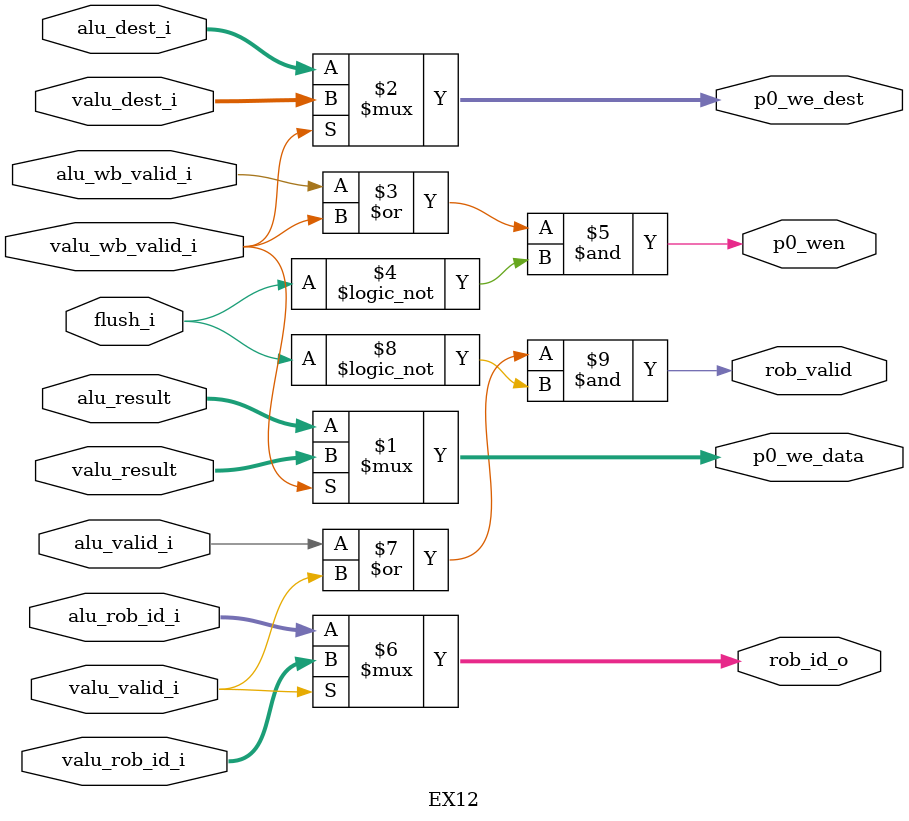
<source format=sv>

module EX12 (
    input   wire logic                              flush_i,

    input   wire logic [31:0]                       alu_result,
    input   wire logic [4:0]                        alu_rob_id_i,
    input   wire logic                              alu_wb_valid_i,
    input   wire logic [5:0]                        alu_dest_i,
    input   wire logic                              alu_valid_i,

    input   wire logic [31:0]                       valu_result,
    input   wire logic [4:0]                        valu_rob_id_i,
    input   wire logic                              valu_wb_valid_i,
    input   wire logic [5:0]                        valu_dest_i,
    input   wire logic                              valu_valid_i,
    // update bimodal counters here OR tell control unit to correct exec path

    output  wire logic [31:0]                       p0_we_data,
    output  wire logic [5:0]                        p0_we_dest,
    output  wire logic                              p0_wen,
    // rob
    output  wire logic [4:0]                        rob_id_o,
    output  wire logic                              rob_valid
);
    assign p0_we_data = valu_wb_valid_i ? valu_result : alu_result;
    assign p0_we_dest = valu_wb_valid_i ? valu_dest_i : alu_dest_i;
    assign p0_wen = (alu_wb_valid_i|valu_wb_valid_i)&!flush_i;
    assign rob_id_o = valu_valid_i ? valu_rob_id_i : alu_rob_id_i; assign rob_valid = (alu_valid_i|valu_valid_i)&!flush_i;
endmodule

</source>
